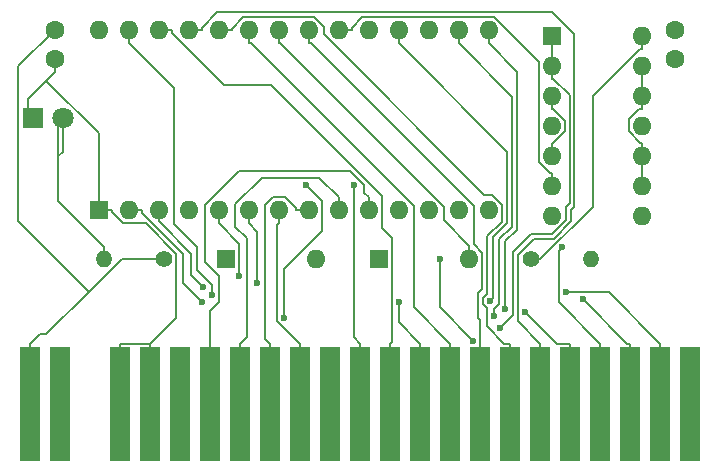
<source format=gbr>
%TF.GenerationSoftware,KiCad,Pcbnew,8.0.2*%
%TF.CreationDate,2024-05-20T10:45:04+02:00*%
%TF.ProjectId,zx81-external-16k,7a783831-2d65-4787-9465-726e616c2d31,rev?*%
%TF.SameCoordinates,Original*%
%TF.FileFunction,Copper,L2,Bot*%
%TF.FilePolarity,Positive*%
%FSLAX46Y46*%
G04 Gerber Fmt 4.6, Leading zero omitted, Abs format (unit mm)*
G04 Created by KiCad (PCBNEW 8.0.2) date 2024-05-20 10:45:04*
%MOMM*%
%LPD*%
G01*
G04 APERTURE LIST*
%TA.AperFunction,ComponentPad*%
%ADD10C,1.400000*%
%TD*%
%TA.AperFunction,ComponentPad*%
%ADD11O,1.400000X1.400000*%
%TD*%
%TA.AperFunction,ComponentPad*%
%ADD12R,1.600000X1.600000*%
%TD*%
%TA.AperFunction,ComponentPad*%
%ADD13O,1.600000X1.600000*%
%TD*%
%TA.AperFunction,ConnectorPad*%
%ADD14R,1.778000X9.620000*%
%TD*%
%TA.AperFunction,ComponentPad*%
%ADD15R,1.800000X1.800000*%
%TD*%
%TA.AperFunction,ComponentPad*%
%ADD16C,1.800000*%
%TD*%
%TA.AperFunction,ComponentPad*%
%ADD17C,1.600000*%
%TD*%
%TA.AperFunction,ViaPad*%
%ADD18C,0.600000*%
%TD*%
%TA.AperFunction,Conductor*%
%ADD19C,0.200000*%
%TD*%
G04 APERTURE END LIST*
D10*
%TO.P,R2,1*%
%TO.N,+5V*%
X144330000Y-111200000D03*
D11*
%TO.P,R2,2*%
%TO.N,Net-(D2-A)*%
X149410000Y-111200000D03*
%TD*%
D12*
%TO.P,U1,1,A14*%
%TO.N,GND*%
X107740000Y-107100000D03*
D13*
%TO.P,U1,2,A12*%
%TO.N,A12*%
X110280000Y-107100000D03*
%TO.P,U1,3,A7*%
%TO.N,A7*%
X112820000Y-107100000D03*
%TO.P,U1,4,A6*%
%TO.N,A6*%
X115360000Y-107100000D03*
%TO.P,U1,5,A5*%
%TO.N,A5*%
X117900000Y-107100000D03*
%TO.P,U1,6,A4*%
%TO.N,A4*%
X120440000Y-107100000D03*
%TO.P,U1,7,A3*%
%TO.N,A3*%
X122980000Y-107100000D03*
%TO.P,U1,8,A2*%
%TO.N,A2*%
X125520000Y-107100000D03*
%TO.P,U1,9,A1*%
%TO.N,A1*%
X128060000Y-107100000D03*
%TO.P,U1,10,A0*%
%TO.N,A0*%
X130600000Y-107100000D03*
%TO.P,U1,11,Q0*%
%TO.N,D0*%
X133140000Y-107100000D03*
%TO.P,U1,12,Q1*%
%TO.N,D1*%
X135680000Y-107100000D03*
%TO.P,U1,13,Q2*%
%TO.N,D2*%
X138220000Y-107100000D03*
%TO.P,U1,14,GND*%
%TO.N,GND*%
X140760000Y-107100000D03*
%TO.P,U1,15,Q3*%
%TO.N,D3*%
X140760000Y-91860000D03*
%TO.P,U1,16,Q4*%
%TO.N,D4*%
X138220000Y-91860000D03*
%TO.P,U1,17,Q5*%
%TO.N,D5*%
X135680000Y-91860000D03*
%TO.P,U1,18,Q6*%
%TO.N,D6*%
X133140000Y-91860000D03*
%TO.P,U1,19,Q7*%
%TO.N,D7*%
X130600000Y-91860000D03*
%TO.P,U1,20,~{CS}*%
%TO.N,Net-(U1-~{CS})*%
X128060000Y-91860000D03*
%TO.P,U1,21,A10*%
%TO.N,A10*%
X125520000Y-91860000D03*
%TO.P,U1,22,~{OE}*%
%TO.N,Net-(D2-A)*%
X122980000Y-91860000D03*
%TO.P,U1,23,A11*%
%TO.N,A11*%
X120440000Y-91860000D03*
%TO.P,U1,24,A9*%
%TO.N,A9*%
X117900000Y-91860000D03*
%TO.P,U1,25,A8*%
%TO.N,A8*%
X115360000Y-91860000D03*
%TO.P,U1,26,A13*%
%TO.N,A13*%
X112820000Y-91860000D03*
%TO.P,U1,27,~{WE}*%
%TO.N,Net-(J1-~{WR})*%
X110280000Y-91860000D03*
%TO.P,U1,28,VCC*%
%TO.N,+5V*%
X107740000Y-91860000D03*
%TD*%
D14*
%TO.P,J1,A3,+5Vcc*%
%TO.N,+5V*%
X101974600Y-123480000D03*
%TO.P,J1,A4,+9Vcc*%
%TO.N,unconnected-(J1-+9Vcc-PadA4)*%
X104514600Y-123480000D03*
%TO.P,J1,A6,GND*%
%TO.N,GND*%
X109594600Y-123480000D03*
%TO.P,J1,A7,GND*%
X112134600Y-123480000D03*
%TO.P,J1,A8,CLOCK*%
%TO.N,unconnected-(J1-CLOCK-PadA8)*%
X114674600Y-123480000D03*
%TO.P,J1,A9,A0*%
%TO.N,A0*%
X117214600Y-123480000D03*
%TO.P,J1,A10,A1*%
%TO.N,A1*%
X119754600Y-123480000D03*
%TO.P,J1,A11,A2*%
%TO.N,A2*%
X122294600Y-123480000D03*
%TO.P,J1,A12,A3*%
%TO.N,A3*%
X124834600Y-123480000D03*
%TO.P,J1,A13,A15*%
%TO.N,unconnected-(J1-A15-PadA13)*%
X127374600Y-123480000D03*
%TO.P,J1,A14,A14*%
%TO.N,Net-(J1-PadA14)*%
X129914600Y-123480000D03*
%TO.P,J1,A15,A13*%
%TO.N,A13*%
X132454600Y-123480000D03*
%TO.P,J1,A16,A12*%
%TO.N,A12*%
X134994600Y-123480000D03*
%TO.P,J1,A17,A11*%
%TO.N,A11*%
X137534600Y-123480000D03*
%TO.P,J1,A18,A10*%
%TO.N,A10*%
X140074600Y-123480000D03*
%TO.P,J1,A19,A9*%
%TO.N,A9*%
X142614600Y-123480000D03*
%TO.P,J1,A20,A8*%
%TO.N,A8*%
X145154600Y-123480000D03*
%TO.P,J1,A21,A7*%
%TO.N,A7*%
X147694600Y-123480000D03*
%TO.P,J1,A22,A6*%
%TO.N,A6*%
X150234600Y-123480000D03*
%TO.P,J1,A23,A5*%
%TO.N,A5*%
X152774600Y-123480000D03*
%TO.P,J1,A24,A4*%
%TO.N,A4*%
X155314600Y-123480000D03*
%TO.P,J1,A25,~{ROMCS}*%
%TO.N,unconnected-(J1-~{ROMCS}-PadA25)*%
X157854600Y-123480000D03*
%TD*%
D15*
%TO.P,D1,1,K*%
%TO.N,GND*%
X102195000Y-99240000D03*
D16*
%TO.P,D1,2,A*%
%TO.N,Net-(D1-A)*%
X104735000Y-99240000D03*
%TD*%
D12*
%TO.P,U2,1*%
%TO.N,Net-(J1-~{MREQ})*%
X146100000Y-92320000D03*
D13*
%TO.P,U2,2*%
X146100000Y-94860000D03*
%TO.P,U2,3*%
%TO.N,Net-(U2-Pad3)*%
X146100000Y-97400000D03*
%TO.P,U2,4*%
%TO.N,Net-(J1-PadA14)*%
X146100000Y-99940000D03*
%TO.P,U2,5*%
%TO.N,Net-(U2-Pad3)*%
X146100000Y-102480000D03*
%TO.P,U2,6*%
%TO.N,Net-(U1-~{CS})*%
X146100000Y-105020000D03*
%TO.P,U2,7,GND*%
%TO.N,GND*%
X146100000Y-107560000D03*
%TO.P,U2,8*%
%TO.N,unconnected-(U2-Pad8)*%
X153720000Y-107560000D03*
%TO.P,U2,9*%
%TO.N,GND*%
X153720000Y-105020000D03*
%TO.P,U2,10*%
X153720000Y-102480000D03*
%TO.P,U2,11*%
%TO.N,unconnected-(U2-Pad11)*%
X153720000Y-99940000D03*
%TO.P,U2,12*%
%TO.N,GND*%
X153720000Y-97400000D03*
%TO.P,U2,13*%
X153720000Y-94860000D03*
%TO.P,U2,14,VCC*%
%TO.N,+5V*%
X153720000Y-92320000D03*
%TD*%
D17*
%TO.P,C2,1*%
%TO.N,+5V*%
X156550000Y-91810000D03*
%TO.P,C2,2*%
%TO.N,GND*%
X156550000Y-94310000D03*
%TD*%
%TO.P,C1,1*%
%TO.N,+5V*%
X104060000Y-91780000D03*
%TO.P,C1,2*%
%TO.N,GND*%
X104060000Y-94280000D03*
%TD*%
D10*
%TO.P,R1,1*%
%TO.N,+5V*%
X113300000Y-111200000D03*
D11*
%TO.P,R1,2*%
%TO.N,Net-(D1-A)*%
X108220000Y-111200000D03*
%TD*%
D12*
%TO.P,D3,1,K*%
%TO.N,Net-(D3-K)*%
X131480000Y-111200000D03*
D13*
%TO.P,D3,2,A*%
%TO.N,Net-(D2-A)*%
X139100000Y-111200000D03*
%TD*%
D12*
%TO.P,D2,1,K*%
%TO.N,Net-(D2-K)*%
X118530000Y-111200000D03*
D13*
%TO.P,D2,2,A*%
%TO.N,Net-(D2-A)*%
X126150000Y-111200000D03*
%TD*%
D18*
%TO.N,D4*%
X141228000Y-116062000D03*
%TO.N,A7*%
X116599000Y-113573000D03*
X143845000Y-115662000D03*
%TO.N,D3*%
X142164000Y-115400000D03*
%TO.N,A4*%
X121148000Y-113265000D03*
X147291000Y-114011000D03*
%TO.N,A5*%
X119663000Y-112664000D03*
X148753000Y-114615000D03*
%TO.N,A12*%
X116497000Y-114874000D03*
X133186000Y-114874000D03*
%TO.N,D6*%
X140904000Y-114744000D03*
%TO.N,A6*%
X146992000Y-110215000D03*
%TO.N,D5*%
X125334000Y-104926000D03*
X123477000Y-116221000D03*
%TO.N,Net-(J1-~{WR})*%
X117352000Y-114271000D03*
%TO.N,Net-(J1-~{MREQ})*%
X141734000Y-117068000D03*
%TO.N,Net-(J1-PadA14)*%
X129330000Y-104926000D03*
%TO.N,Net-(D3-K)*%
X136625000Y-111200000D03*
X139448000Y-118121000D03*
%TD*%
D19*
%TO.N,D4*%
X141666000Y-109545000D02*
X141666000Y-115033000D01*
X141228000Y-115471000D02*
X141228000Y-116062000D01*
X138220000Y-91860000D02*
X138220000Y-92961700D01*
X142732000Y-97473500D02*
X142732000Y-108479000D01*
X141666000Y-115033000D02*
X141228000Y-115471000D01*
X142732000Y-108479000D02*
X141666000Y-109545000D01*
X138220000Y-92961700D02*
X142732000Y-97473500D01*
%TO.N,A2*%
X124418000Y-106872000D02*
X123492000Y-105946000D01*
X125520000Y-107100000D02*
X124418000Y-107100000D01*
X122295000Y-118368000D02*
X122295000Y-120924000D01*
X122538000Y-105946000D02*
X121874000Y-106609000D01*
X121874000Y-106609000D02*
X121874000Y-117948000D01*
X123492000Y-105946000D02*
X122538000Y-105946000D01*
X124418000Y-107100000D02*
X124418000Y-106872000D01*
X121874000Y-117948000D02*
X122295000Y-118368000D01*
X122295000Y-120924000D02*
X122294600Y-120924400D01*
X122294600Y-120924400D02*
X122294600Y-123480000D01*
X122295000Y-120924000D02*
X122295000Y-123480000D01*
%TO.N,A7*%
X112820000Y-107100000D02*
X112820000Y-108020000D01*
X147695000Y-118368000D02*
X146551000Y-118368000D01*
X147695000Y-120924000D02*
X147694600Y-120924400D01*
X147695000Y-123480000D02*
X147695000Y-120924000D01*
X112820000Y-108020000D02*
X115602000Y-110803000D01*
X147695000Y-120924000D02*
X147695000Y-118368000D01*
X147694600Y-120924400D02*
X147694600Y-123480000D01*
X115602000Y-112576000D02*
X116599000Y-113573000D01*
X146551000Y-118368000D02*
X143845000Y-115662000D01*
X115602000Y-110803000D02*
X115602000Y-112576000D01*
%TO.N,A13*%
X132454600Y-120924400D02*
X132454600Y-123480000D01*
X122334000Y-96499500D02*
X131702000Y-105867000D01*
X131702000Y-108548000D02*
X132582000Y-109428000D01*
X113922000Y-92088400D02*
X118333000Y-96499500D01*
X132582000Y-109428000D02*
X132582000Y-118241000D01*
X118333000Y-96499500D02*
X122334000Y-96499500D01*
X132455000Y-118368000D02*
X132455000Y-120924000D01*
X131702000Y-105867000D02*
X131702000Y-108548000D01*
X113922000Y-91860000D02*
X113922000Y-92088400D01*
X132455000Y-120924000D02*
X132454600Y-120924400D01*
X132455000Y-120924000D02*
X132455000Y-123480000D01*
X132582000Y-118241000D02*
X132455000Y-118368000D01*
X112820000Y-91860000D02*
X113922000Y-91860000D01*
%TO.N,D3*%
X143154000Y-95355700D02*
X140760000Y-92961700D01*
X142164000Y-115400000D02*
X142164000Y-109726000D01*
X140760000Y-92961700D02*
X140760000Y-91860000D01*
X143154000Y-108736000D02*
X143154000Y-95355700D01*
X142164000Y-109726000D02*
X143154000Y-108736000D01*
%TO.N,A3*%
X122876000Y-116470000D02*
X124774000Y-118368000D01*
X122980000Y-108202000D02*
X122876000Y-108306000D01*
X124835000Y-120924000D02*
X124835000Y-123480000D01*
X124774000Y-118368000D02*
X124835000Y-118368000D01*
X122980000Y-107100000D02*
X122980000Y-108202000D01*
X124834600Y-120924400D02*
X124834600Y-123480000D01*
X122876000Y-108306000D02*
X122876000Y-116470000D01*
X124835000Y-118368000D02*
X124835000Y-120924000D01*
X124835000Y-120924000D02*
X124834600Y-120924400D01*
%TO.N,A11*%
X120440000Y-91860000D02*
X120440000Y-92961700D01*
X120440000Y-92961700D02*
X120668000Y-92961700D01*
X134410000Y-115244000D02*
X137535000Y-118368000D01*
X137535000Y-120924000D02*
X137535000Y-123480000D01*
X137534600Y-120924400D02*
X137534600Y-123480000D01*
X134410000Y-106703000D02*
X134410000Y-115244000D01*
X137535000Y-120924000D02*
X137534600Y-120924400D01*
X137535000Y-118368000D02*
X137535000Y-120924000D01*
X120668000Y-92961700D02*
X134410000Y-106703000D01*
%TO.N,A0*%
X130600000Y-105998000D02*
X130198000Y-105597000D01*
X116790000Y-106610000D02*
X116790000Y-111487000D01*
X117214600Y-119556900D02*
X117214600Y-123480000D01*
X130198000Y-104932000D02*
X129047000Y-103780000D01*
X130600000Y-107100000D02*
X130600000Y-105998000D01*
X117215000Y-119556500D02*
X117214600Y-119556900D01*
X117966000Y-114882000D02*
X117215000Y-115633000D01*
X130198000Y-105597000D02*
X130198000Y-104932000D01*
X117215000Y-115633000D02*
X117215000Y-119556500D01*
X119620000Y-103780000D02*
X116790000Y-106610000D01*
X129047000Y-103780000D02*
X119620000Y-103780000D01*
X117966000Y-112663000D02*
X117966000Y-114882000D01*
X117215000Y-119556500D02*
X117215000Y-123480000D01*
X116790000Y-111487000D02*
X117966000Y-112663000D01*
%TO.N,A1*%
X120275000Y-109451000D02*
X120275000Y-117848000D01*
X119755000Y-120924000D02*
X119755000Y-123480000D01*
X119754600Y-120924400D02*
X119754600Y-123480000D01*
X126385000Y-104323000D02*
X121590000Y-104323000D01*
X121590000Y-104323000D02*
X119329000Y-106584000D01*
X128060000Y-107100000D02*
X128060000Y-105998000D01*
X128060000Y-105998000D02*
X126385000Y-104323000D01*
X119329000Y-108505000D02*
X120275000Y-109451000D01*
X119755000Y-118368000D02*
X119755000Y-120924000D01*
X119755000Y-120924000D02*
X119754600Y-120924400D01*
X120275000Y-117848000D02*
X119755000Y-118368000D01*
X119329000Y-106584000D02*
X119329000Y-108505000D01*
%TO.N,A4*%
X155315000Y-120924000D02*
X155314600Y-120924400D01*
X155314600Y-120924400D02*
X155314600Y-123480000D01*
X155315000Y-120924000D02*
X155315000Y-118368000D01*
X121148000Y-108910000D02*
X121148000Y-113265000D01*
X150957000Y-114011000D02*
X147291000Y-114011000D01*
X155315000Y-123480000D02*
X155315000Y-120924000D01*
X155315000Y-118368000D02*
X150957000Y-114011000D01*
X120440000Y-107100000D02*
X120440000Y-108202000D01*
X120440000Y-108202000D02*
X121148000Y-108910000D01*
%TO.N,A8*%
X147763000Y-108025000D02*
X147763000Y-107101000D01*
X148037000Y-92200600D02*
X146137000Y-90300300D01*
X146295000Y-109493000D02*
X147763000Y-108025000D01*
X145155000Y-123480000D02*
X145155000Y-120924000D01*
X143243000Y-116457000D02*
X143243000Y-110828000D01*
X146137000Y-90300300D02*
X117793000Y-90300300D01*
X143243000Y-110828000D02*
X144578000Y-109493000D01*
X145154600Y-120924400D02*
X145154600Y-123480000D01*
X145155000Y-120924000D02*
X145154600Y-120924400D01*
X116462000Y-91860000D02*
X115360000Y-91860000D01*
X116462000Y-91631700D02*
X116462000Y-91860000D01*
X117793000Y-90300300D02*
X116462000Y-91631700D01*
X145155000Y-118368000D02*
X143243000Y-116457000D01*
X147763000Y-107101000D02*
X148037000Y-106826000D01*
X148037000Y-106826000D02*
X148037000Y-92200600D01*
X144578000Y-109493000D02*
X146295000Y-109493000D01*
X145155000Y-120924000D02*
X145155000Y-118368000D01*
%TO.N,A5*%
X117900000Y-108202000D02*
X119663000Y-109964000D01*
X152775000Y-123480000D02*
X152775000Y-120924000D01*
X152775000Y-118368000D02*
X152506000Y-118368000D01*
X152506000Y-118368000D02*
X148753000Y-114615000D01*
X119663000Y-109964000D02*
X119663000Y-112664000D01*
X152775000Y-120924000D02*
X152775000Y-118368000D01*
X152774600Y-120924400D02*
X152774600Y-123480000D01*
X152775000Y-120924000D02*
X152774600Y-120924400D01*
X117900000Y-107100000D02*
X117900000Y-108202000D01*
%TO.N,A12*%
X114890000Y-113268000D02*
X114890000Y-110789000D01*
X111382000Y-107100000D02*
X110280000Y-107100000D01*
X134995000Y-118368000D02*
X133186000Y-116560000D01*
X134995000Y-120924000D02*
X134994600Y-120924400D01*
X133186000Y-116560000D02*
X133186000Y-114874000D01*
X134995000Y-120924000D02*
X134995000Y-118368000D01*
X116497000Y-114874000D02*
X114890000Y-113268000D01*
X111382000Y-107280000D02*
X111382000Y-107100000D01*
X114890000Y-110789000D02*
X111382000Y-107280000D01*
X134994600Y-120924400D02*
X134994600Y-123480000D01*
X134995000Y-123480000D02*
X134995000Y-120924000D01*
%TO.N,A10*%
X125748000Y-92961700D02*
X139490000Y-106703000D01*
X140075000Y-121000500D02*
X140074600Y-121000900D01*
X125520000Y-92961700D02*
X125748000Y-92961700D01*
X139490000Y-109920000D02*
X140246000Y-110676000D01*
X139901000Y-116213000D02*
X140075000Y-116387000D01*
X140075000Y-116387000D02*
X140075000Y-121000500D01*
X140074600Y-121000900D02*
X140074600Y-123480000D01*
X125520000Y-91860000D02*
X125520000Y-92961700D01*
X139901000Y-114108000D02*
X139901000Y-116213000D01*
X140246000Y-110676000D02*
X140246000Y-113763000D01*
X139490000Y-106703000D02*
X139490000Y-109920000D01*
X140246000Y-113763000D02*
X139901000Y-114108000D01*
X140075000Y-121000500D02*
X140075000Y-123480000D01*
%TO.N,D6*%
X142310000Y-108196000D02*
X141167000Y-109338000D01*
X133140000Y-91860000D02*
X133140000Y-92961700D01*
X141167000Y-109338000D02*
X141167000Y-114482000D01*
X133140000Y-92961700D02*
X142310000Y-102131000D01*
X142310000Y-102131000D02*
X142310000Y-108196000D01*
X141167000Y-114482000D02*
X140904000Y-114744000D01*
%TO.N,A6*%
X150235000Y-120924000D02*
X150235000Y-118368000D01*
X150235000Y-123480000D02*
X150235000Y-120924000D01*
X146687000Y-114821000D02*
X146687000Y-110520000D01*
X150235000Y-120924000D02*
X150234600Y-120924400D01*
X150234600Y-120924400D02*
X150234600Y-123480000D01*
X146687000Y-110520000D02*
X146992000Y-110215000D01*
X150235000Y-118368000D02*
X146687000Y-114821000D01*
%TO.N,D5*%
X123477000Y-112029000D02*
X123477000Y-116221000D01*
X126698000Y-108809000D02*
X123477000Y-112029000D01*
X126698000Y-106290000D02*
X126698000Y-108809000D01*
X125334000Y-104926000D02*
X126698000Y-106290000D01*
%TO.N,A9*%
X117900000Y-91860000D02*
X119002000Y-91860000D01*
X140302000Y-114495000D02*
X140302000Y-114993000D01*
X125972000Y-90744600D02*
X126790000Y-91563000D01*
X142093000Y-118368000D02*
X142615000Y-118368000D01*
X119979000Y-90744600D02*
X125972000Y-90744600D01*
X142615000Y-120924000D02*
X142614600Y-120924400D01*
X140627000Y-116902000D02*
X142093000Y-118368000D01*
X119002000Y-91860000D02*
X119002000Y-91722300D01*
X141887000Y-108049000D02*
X140648000Y-109288000D01*
X140648000Y-114149000D02*
X140302000Y-114495000D01*
X140648000Y-115339000D02*
X140648000Y-115792000D01*
X142615000Y-120924000D02*
X142615000Y-123480000D01*
X140302000Y-114993000D02*
X140648000Y-115339000D01*
X141036000Y-105768000D02*
X141887000Y-106619000D01*
X140382000Y-105768000D02*
X141036000Y-105768000D01*
X141887000Y-106619000D02*
X141887000Y-108049000D01*
X142615000Y-118368000D02*
X142615000Y-120924000D01*
X140648000Y-115792000D02*
X140627000Y-115813000D01*
X126790000Y-91563000D02*
X126790000Y-92176400D01*
X119002000Y-91722300D02*
X119979000Y-90744600D01*
X142614600Y-120924400D02*
X142614600Y-123480000D01*
X126790000Y-92176400D02*
X140382000Y-105768000D01*
X140627000Y-115813000D02*
X140627000Y-116902000D01*
X140648000Y-109288000D02*
X140648000Y-114149000D01*
%TO.N,Net-(J1-~{WR})*%
X110280000Y-91860000D02*
X110280000Y-92961700D01*
X114090000Y-96771700D02*
X114090000Y-108255000D01*
X116060000Y-112156000D02*
X117352000Y-113447000D01*
X110280000Y-92961700D02*
X114090000Y-96771700D01*
X114090000Y-108255000D02*
X116060000Y-110225000D01*
X116060000Y-110225000D02*
X116060000Y-112156000D01*
X117352000Y-113447000D02*
X117352000Y-114271000D01*
%TO.N,Net-(J1-~{MREQ})*%
X147635000Y-97359300D02*
X146238000Y-95961700D01*
X141734000Y-117068000D02*
X142841000Y-115960000D01*
X147320000Y-107900000D02*
X147320000Y-106776000D01*
X142841000Y-110626000D02*
X144376000Y-109091000D01*
X147635000Y-106460000D02*
X147635000Y-97359300D01*
X142841000Y-115960000D02*
X142841000Y-110626000D01*
X144376000Y-109091000D02*
X146128000Y-109091000D01*
X147320000Y-106776000D02*
X147635000Y-106460000D01*
X146100000Y-94860000D02*
X146100000Y-92320000D01*
X146238000Y-95961700D02*
X146100000Y-95961700D01*
X146128000Y-109091000D02*
X147320000Y-107900000D01*
X146100000Y-95961700D02*
X146100000Y-94860000D01*
%TO.N,GND*%
X109595000Y-123480000D02*
X109595000Y-120924000D01*
X153720000Y-102480000D02*
X153720000Y-105020000D01*
X153720000Y-102480000D02*
X153720000Y-101378000D01*
X153720000Y-101378000D02*
X153582000Y-101378000D01*
X109806000Y-108202000D02*
X111726000Y-108202000D01*
X112135000Y-120924000D02*
X112134600Y-120924400D01*
X108842000Y-107238000D02*
X109806000Y-108202000D01*
X152616000Y-100412000D02*
X152616000Y-99377600D01*
X112135000Y-123480000D02*
X112135000Y-120924000D01*
X153720000Y-94860000D02*
X153720000Y-97400000D01*
X114304000Y-116199000D02*
X112135000Y-118368000D01*
X109595000Y-120924000D02*
X109594600Y-120924400D01*
X101785000Y-97648300D02*
X101785000Y-98850000D01*
X153720000Y-98501700D02*
X153720000Y-97400000D01*
X109594600Y-120924400D02*
X109594600Y-123480000D01*
X104060000Y-95373300D02*
X103314000Y-96119800D01*
X153492000Y-98501700D02*
X153720000Y-98501700D01*
X103314000Y-96119800D02*
X101785000Y-97648300D01*
X107740000Y-107100000D02*
X108842000Y-107100000D01*
X112135000Y-120924000D02*
X112135000Y-118368000D01*
X104060000Y-94280000D02*
X104060000Y-95373300D01*
X114304000Y-110780000D02*
X114304000Y-116199000D01*
X103314000Y-96119800D02*
X107740000Y-100546000D01*
X152616000Y-99377600D02*
X153492000Y-98501700D01*
X109595000Y-118368000D02*
X112135000Y-118368000D01*
X108842000Y-107100000D02*
X108842000Y-107238000D01*
X107740000Y-100546000D02*
X107740000Y-107100000D01*
X153582000Y-101378000D02*
X152616000Y-100412000D01*
X102175000Y-99240000D02*
X101785000Y-98850000D01*
X112134600Y-120924400D02*
X112134600Y-123480000D01*
X102195000Y-99240000D02*
X102175000Y-99240000D01*
X109595000Y-120924000D02*
X109595000Y-118368000D01*
X111726000Y-108202000D02*
X114304000Y-110780000D01*
%TO.N,+5V*%
X109727000Y-111200000D02*
X106955700Y-113971300D01*
X113300000Y-111200000D02*
X109727000Y-111200000D01*
X145156000Y-111200000D02*
X149568000Y-106788000D01*
X144330000Y-111200000D02*
X145156000Y-111200000D01*
X101974600Y-120924400D02*
X101974600Y-123480000D01*
X100946800Y-94893200D02*
X104060000Y-91780000D01*
X149568000Y-106788000D02*
X149568000Y-97436100D01*
X153582000Y-93421700D02*
X153720000Y-93421700D01*
X101975000Y-120924000D02*
X101974600Y-120924400D01*
X153720000Y-93421700D02*
X153720000Y-92320000D01*
X149568000Y-97436100D02*
X153582000Y-93421700D01*
X100946800Y-107962400D02*
X100946800Y-94893200D01*
X101975000Y-120924000D02*
X101975000Y-123480000D01*
X106955700Y-113971300D02*
X103334000Y-117593000D01*
X101975000Y-118368000D02*
X101975000Y-120924000D01*
X106955700Y-113971300D02*
X100946800Y-107962400D01*
X103334000Y-117593000D02*
X102750000Y-117593000D01*
X102750000Y-117593000D02*
X101975000Y-118368000D01*
%TO.N,Net-(D2-A)*%
X123109000Y-92961700D02*
X136950000Y-106803000D01*
X136950000Y-106803000D02*
X136950000Y-107948000D01*
X122980000Y-92961700D02*
X123109000Y-92961700D01*
X139100000Y-110098000D02*
X139100000Y-111200000D01*
X136950000Y-107948000D02*
X139100000Y-110098000D01*
X122980000Y-91860000D02*
X122980000Y-92961700D01*
%TO.N,Net-(J1-PadA14)*%
X129915000Y-118368000D02*
X129330000Y-117784000D01*
X129914600Y-120924400D02*
X129914600Y-123480000D01*
X129915000Y-123480000D02*
X129915000Y-120924000D01*
X129915000Y-120924000D02*
X129914600Y-120924400D01*
X129915000Y-120924000D02*
X129915000Y-118368000D01*
X129330000Y-117784000D02*
X129330000Y-104926000D01*
%TO.N,Net-(U1-~{CS})*%
X129162000Y-91631700D02*
X129162000Y-91860000D01*
X144998000Y-94522200D02*
X141212000Y-90736200D01*
X141212000Y-90736200D02*
X130057000Y-90736200D01*
X146100000Y-103918000D02*
X145962000Y-103918000D01*
X144998000Y-102954000D02*
X144998000Y-94522200D01*
X146100000Y-105020000D02*
X146100000Y-103918000D01*
X129162000Y-91860000D02*
X128060000Y-91860000D01*
X145962000Y-103918000D02*
X144998000Y-102954000D01*
X130057000Y-90736200D02*
X129162000Y-91631700D01*
%TO.N,Net-(U2-Pad3)*%
X146100000Y-101378000D02*
X146220000Y-101378000D01*
X147202000Y-99483600D02*
X146220000Y-98501800D01*
X146100000Y-98501800D02*
X146100000Y-97400000D01*
X146100000Y-102480000D02*
X146100000Y-101378000D01*
X146220000Y-101378000D02*
X147202000Y-100396000D01*
X147202000Y-100396000D02*
X147202000Y-99483600D01*
X146220000Y-98501800D02*
X146100000Y-98501800D01*
%TO.N,Net-(D1-A)*%
X104735000Y-102115000D02*
X104735000Y-99240000D01*
X104325000Y-102525000D02*
X104325000Y-98850000D01*
X108220000Y-110198000D02*
X104325000Y-106303000D01*
X104325000Y-106303000D02*
X104325000Y-102525000D01*
X104325000Y-102525000D02*
X104735000Y-102115000D01*
X108220000Y-111200000D02*
X108220000Y-110198000D01*
%TO.N,Net-(D3-K)*%
X139448000Y-118121000D02*
X136625000Y-115298000D01*
X136625000Y-115298000D02*
X136625000Y-111200000D01*
%TD*%
M02*

</source>
